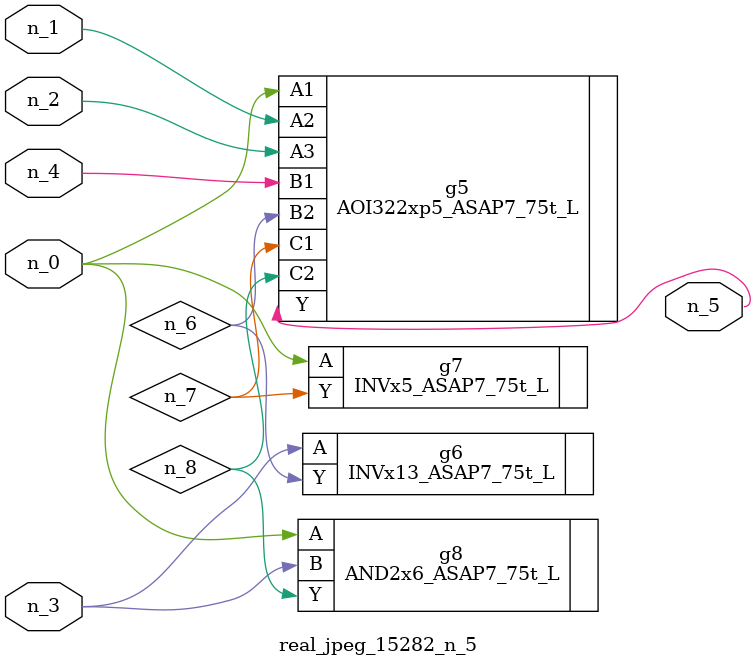
<source format=v>
module real_jpeg_15282_n_5 (n_4, n_0, n_1, n_2, n_3, n_5);

input n_4;
input n_0;
input n_1;
input n_2;
input n_3;

output n_5;

wire n_8;
wire n_6;
wire n_7;

AOI322xp5_ASAP7_75t_L g5 ( 
.A1(n_0),
.A2(n_1),
.A3(n_2),
.B1(n_4),
.B2(n_6),
.C1(n_7),
.C2(n_8),
.Y(n_5)
);

INVx5_ASAP7_75t_L g7 ( 
.A(n_0),
.Y(n_7)
);

AND2x6_ASAP7_75t_L g8 ( 
.A(n_0),
.B(n_3),
.Y(n_8)
);

INVx13_ASAP7_75t_L g6 ( 
.A(n_3),
.Y(n_6)
);


endmodule
</source>
